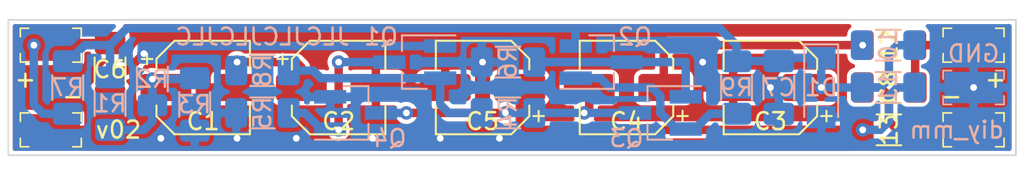
<source format=kicad_pcb>
(kicad_pcb (version 20211014) (generator pcbnew)
  (title_block (title "diy_mm") (date "2022-02-04") (rev "v02") (company "Author: felhub") (comment 1 "Reference 2: https://sound-au.com/articles/mic-electret.htm") (comment 2 "Reference 1: https://sound-au.com/project93.htm"))
  (layers (0 "F.Cu" signal) (31 "B.Cu" signal) (34 "B.Paste" user) (35 "F.Paste" user) (36 "B.SilkS" user "B.Silkscreen") (37 "F.SilkS" user "F.Silkscreen") (38 "B.Mask" user) (39 "F.Mask" user) (44 "Edge.Cuts" user))
  (net 0 "")
  (net 1 "Net-(C1-Pad1)")
  (net 2 "GND")
  (net 3 "Net-(C2-Pad1)")
  (net 4 "+10V")
  (net 5 "Net-(C4-Pad1)")
  (net 6 "Net-(C4-Pad2)")
  (net 7 "Net-(C5-Pad1)")
  (net 8 "Net-(C6-Pad1)")
  (net 9 "Net-(C6-Pad2)")
  (net 10 "Net-(C10-Pad1)")
  (net 11 "Net-(Q1-Pad2)")
  (net 12 "Net-(Q1-Pad3)")
  (net 13 "Net-(Q2-Pad1)")
  (net 14 "Net-(Q2-Pad3)")
  (net 15 "Net-(C8-Pad1)")
  (footprint "digikey-footprints:PC_TEST_POINT_SMD" (layer "F.Cu") (at 157 106.5)
    (fp_text reference "J5" hide)
    (fp_text value "XLR3")
    (fp_text user "-" (at -1.3 -2 unlocked) (layer "F.SilkS"))
    (fp_line (start -1.8 -1) (end -1.8 -0.5) (layer "F.SilkS") (width 0.1))
    (fp_line (start -1.8 1) (end -1.8 0.5) (layer "F.SilkS") (width 0.1))
    (fp_line (start 1.8 -1) (end 1.8 -0.5) (layer "F.SilkS") (width 0.1))
    (fp_line (start -1.8 -1) (end -1.3 -1) (layer "F.SilkS") (width 0.1))
    (fp_line (start 1.8 1) (end 1.3 1) (layer "F.SilkS") (width 0.1))
    (fp_line (start 1.8 -1) (end 1.3 -1) (layer "F.SilkS") (width 0.1))
    (fp_line (start 1.8 1) (end 1.8 0.5) (layer "F.SilkS") (width 0.1))
    (fp_line (start -1.8 1) (end -1.3 1) (layer "F.SilkS") (width 0.1))
    (pad "1" smd rect locked (at 0 0) (size 3.45 1.85) (layers "F.Cu" "F.Paste" "F.Mask") (net 10 "Net-(C10-Pad1)"))
  )
  (footprint "Capacitor_SMD:CP_Elec_5x5.4" (layer "F.Cu") (at 145 104 180)
    (fp_text reference "C3" (at 0 -2) (layer "F.SilkS"))
    (fp_text value "33u")
    (fp_line (start -2.76 1.695563) (end -1.695563 2.76) (layer "F.SilkS") (width 0.12))
    (fp_line (start -2.76 -1.695563) (end -2.76 -1.06) (layer "F.SilkS") (width 0.12))
    (fp_line (start -2.76 -1.695563) (end -1.695563 -2.76) (layer "F.SilkS") (width 0.12))
    (fp_line (start -2.76 1.695563) (end -2.76 1.06) (layer "F.SilkS") (width 0.12))
    (fp_line (start 2.76 2.76) (end 2.76 1.06) (layer "F.SilkS") (width 0.12))
    (fp_line (start -3.625 -1.685) (end -3 -1.685) (layer "F.SilkS") (width 0.12))
    (fp_line (start -3.3125 -1.9975) (end -3.3125 -1.3725) (layer "F.SilkS") (width 0.12))
    (fp_line (start -1.695563 -2.76) (end 2.76 -2.76) (layer "F.SilkS") (width 0.12))
    (fp_line (start 2.76 -2.76) (end 2.76 -1.06) (layer "F.SilkS") (width 0.12))
    (fp_line (start -1.695563 2.76) (end 2.76 2.76) (layer "F.SilkS") (width 0.12))
    (pad "1" smd roundrect (at -2.2 0 180) (size 3 1.6) (layers "F.Cu" "F.Paste" "F.Mask") (roundrect_rratio 0.15625) (net 4 "+10V"))
    (pad "2" smd roundrect (at 2.2 0 180) (size 3 1.6) (layers "F.Cu" "F.Paste" "F.Mask") (roundrect_rratio 0.15625) (net 2 "GND"))
  )
  (footprint "Capacitor_SMD:CP_Elec_5x5.4" (layer "F.Cu") (at 111.5 104)
    (fp_text reference "C1" (at 0 2) (layer "F.SilkS"))
    (fp_text value "33u")
    (fp_line (start -1.695563 2.76) (end 2.76 2.76) (layer "F.SilkS") (width 0.12))
    (fp_line (start -2.76 -1.695563) (end -1.695563 -2.76) (layer "F.SilkS") (width 0.12))
    (fp_line (start -2.76 -1.695563) (end -2.76 -1.06) (layer "F.SilkS") (width 0.12))
    (fp_line (start 2.76 -2.76) (end 2.76 -1.06) (layer "F.SilkS") (width 0.12))
    (fp_line (start 2.76 2.76) (end 2.76 1.06) (layer "F.SilkS") (width 0.12))
    (fp_line (start -1.695563 -2.76) (end 2.76 -2.76) (layer "F.SilkS") (width 0.12))
    (fp_line (start -3.3125 -1.9975) (end -3.3125 -1.3725) (layer "F.SilkS") (width 0.12))
    (fp_line (start -3.625 -1.685) (end -3 -1.685) (layer "F.SilkS") (width 0.12))
    (fp_line (start -2.76 1.695563) (end -2.76 1.06) (layer "F.SilkS") (width 0.12))
    (fp_line (start -2.76 1.695563) (end -1.695563 2.76) (layer "F.SilkS") (width 0.12))
    (pad "1" smd roundrect (at -2.2 0) (size 3 1.6) (layers "F.Cu" "F.Paste" "F.Mask") (roundrect_rratio 0.15625) (net 1 "Net-(C1-Pad1)"))
    (pad "2" smd roundrect (at 2.2 0) (size 3 1.6) (layers "F.Cu" "F.Paste" "F.Mask") (roundrect_rratio 0.15625) (net 2 "GND"))
  )
  (footprint "Resistor_SMD:R_1206_3216Metric_Pad1.30x1.75mm_HandSolder" (layer "F.Cu") (at 152 101.5 180)
    (fp_text reference "R12" hide)
    (fp_text value "100")
    (fp_text user "12" (at 0 0 90 unlocked) (layer "F.SilkS"))
    (fp_line (start -0.727064 -0.91) (end 0.727064 -0.91) (layer "F.SilkS") (width 0.12))
    (fp_line (start -0.727064 0.91) (end 0.727064 0.91) (layer "F.SilkS") (width 0.12))
    (pad "1" smd roundrect (at -1.55 0 180) (size 1.3 1.75) (layers "F.Cu" "F.Paste" "F.Mask") (roundrect_rratio 0.192308) (net 15 "Net-(C8-Pad1)"))
    (pad "2" smd roundrect (at 1.55 0 180) (size 1.3 1.75) (layers "F.Cu" "F.Paste" "F.Mask") (roundrect_rratio 0.192308) (net 5 "Net-(C4-Pad1)"))
  )
  (footprint "Capacitor_SMD:C_1206_3216Metric_Pad1.33x1.80mm_HandSolder" (layer "F.Cu") (at 106 102.9375 -90)
    (fp_text reference "C6" (at 0 0 180) (layer "F.SilkS"))
    (fp_text value "1u")
    (fp_line (start -0.711252 0.91) (end 0.711252 0.91) (layer "F.SilkS") (width 0.12))
    (fp_line (start -0.711252 -0.91) (end 0.711252 -0.91) (layer "F.SilkS") (width 0.12))
    (pad "1" smd roundrect (at -1.5625 0 270) (size 1.325 1.8) (layers "F.Cu" "F.Paste" "F.Mask") (roundrect_rratio 0.188679) (net 8 "Net-(C6-Pad1)"))
    (pad "2" smd roundrect (at 1.5625 0 270) (size 1.325 1.8) (layers "F.Cu" "F.Paste" "F.Mask") (roundrect_rratio 0.188679) (net 9 "Net-(C6-Pad2)"))
  )
  (footprint "digikey-footprints:PC_TEST_POINT_SMD" (layer "F.Cu") (at 102.5 101.5)
    (fp_text reference "J1" hide)
    (fp_text value "mic+")
    (fp_text user "+" (at -1.5 2 unlocked) (layer "F.SilkS"))
    (fp_line (start -1.8 -1) (end -1.8 -0.5) (layer "F.SilkS") (width 0.1))
    (fp_line (start 1.8 -1) (end 1.3 -1) (layer "F.SilkS") (width 0.1))
    (fp_line (start -1.8 1) (end -1.8 0.5) (layer "F.SilkS") (width 0.1))
    (fp_line (start 1.8 1) (end 1.3 1) (layer "F.SilkS") (width 0.1))
    (fp_line (start 1.8 1) (end 1.8 0.5) (layer "F.SilkS") (width 0.1))
    (fp_line (start 1.8 -1) (end 1.8 -0.5) (layer "F.SilkS") (width 0.1))
    (fp_line (start -1.8 -1) (end -1.3 -1) (layer "F.SilkS") (width 0.1))
    (fp_line (start -1.8 1) (end -1.3 1) (layer "F.SilkS") (width 0.1))
    (pad "1" smd rect locked (at 0 0) (size 3.45 1.85) (layers "F.Cu" "F.Paste" "F.Mask") (net 8 "Net-(C6-Pad1)"))
  )
  (footprint "Capacitor_SMD:CP_Elec_5x5.4" (layer "F.Cu") (at 128 104 180)
    (fp_text reference "C5" (at 0 -2) (layer "F.SilkS"))
    (fp_text value "33u")
    (fp_line (start -3.3125 -1.9975) (end -3.3125 -1.3725) (layer "F.SilkS") (width 0.12))
    (fp_line (start -2.76 -1.695563) (end -1.695563 -2.76) (layer "F.SilkS") (width 0.12))
    (fp_line (start -2.76 1.695563) (end -1.695563 2.76) (layer "F.SilkS") (width 0.12))
    (fp_line (start -3.625 -1.685) (end -3 -1.685) (layer "F.SilkS") (width 0.12))
    (fp_line (start -2.76 -1.695563) (end -2.76 -1.06) (layer "F.SilkS") (width 0.12))
    (fp_line (start 2.76 2.76) (end 2.76 1.06) (layer "F.SilkS") (width 0.12))
    (fp_line (start -1.695563 -2.76) (end 2.76 -2.76) (layer "F.SilkS") (width 0.12))
    (fp_line (start 2.76 -2.76) (end 2.76 -1.06) (layer "F.SilkS") (width 0.12))
    (fp_line (start -1.695563 2.76) (end 2.76 2.76) (layer "F.SilkS") (width 0.12))
    (fp_line (start -2.76 1.695563) (end -2.76 1.06) (layer "F.SilkS") (width 0.12))
    (pad "1" smd roundrect (at -2.2 0 180) (size 3 1.6) (layers "F.Cu" "F.Paste" "F.Mask") (roundrect_rratio 0.15625) (net 7 "Net-(C5-Pad1)"))
    (pad "2" smd roundrect (at 2.2 0 180) (size 3 1.6) (layers "F.Cu" "F.Paste" "F.Mask") (roundrect_rratio 0.15625) (net 2 "GND"))
  )
  (footprint "Resistor_SMD:R_1206_3216Metric_Pad1.30x1.75mm_HandSolder" (layer "F.Cu") (at 152 106.5 180)
    (fp_text reference "R13" hide)
    (fp_text value "100")
    (fp_text user "13" (at 0 0 90 unlocked) (layer "F.SilkS"))
    (fp_line (start -0.727064 -0.91) (end 0.727064 -0.91) (layer "F.SilkS") (width 0.12))
    (fp_line (start -0.727064 0.91) (end 0.727064 0.91) (layer "F.SilkS") (width 0.12))
    (pad "1" smd roundrect (at -1.55 0 180) (size 1.3 1.75) (layers "F.Cu" "F.Paste" "F.Mask") (roundrect_rratio 0.192308) (net 10 "Net-(C10-Pad1)"))
    (pad "2" smd roundrect (at 1.55 0 180) (size 1.3 1.75) (layers "F.Cu" "F.Paste" "F.Mask") (roundrect_rratio 0.192308) (net 7 "Net-(C5-Pad1)"))
  )
  (footprint "Capacitor_SMD:CP_Elec_5x5.4" (layer "F.Cu") (at 119.5 104)
    (fp_text reference "C2" (at 0 2) (layer "F.SilkS"))
    (fp_text value "33u")
    (fp_line (start -2.76 1.695563) (end -1.695563 2.76) (layer "F.SilkS") (width 0.12))
    (fp_line (start -1.695563 -2.76) (end 2.76 -2.76) (layer "F.SilkS") (width 0.12))
    (fp_line (start -2.76 -1.695563) (end -1.695563 -2.76) (layer "F.SilkS") (width 0.12))
    (fp_line (start -1.695563 2.76) (end 2.76 2.76) (layer "F.SilkS") (width 0.12))
    (fp_line (start 2.76 2.76) (end 2.76 1.06) (layer "F.SilkS") (width 0.12))
    (fp_line (start -3.3125 -1.9975) (end -3.3125 -1.3725) (layer "F.SilkS") (width 0.12))
    (fp_line (start 2.76 -2.76) (end 2.76 -1.06) (layer "F.SilkS") (width 0.12))
    (fp_line (start -2.76 -1.695563) (end -2.76 -1.06) (layer "F.SilkS") (width 0.12))
    (fp_line (start -2.76 1.695563) (end -2.76 1.06) (layer "F.SilkS") (width 0.12))
    (fp_line (start -3.625 -1.685) (end -3 -1.685) (layer "F.SilkS") (width 0.12))
    (pad "1" smd roundrect (at -2.2 0) (size 3 1.6) (layers "F.Cu" "F.Paste" "F.Mask") (roundrect_rratio 0.15625) (net 3 "Net-(C2-Pad1)"))
    (pad "2" smd roundrect (at 2.2 0) (size 3 1.6) (layers "F.Cu" "F.Paste" "F.Mask") (roundrect_rratio 0.15625) (net 2 "GND"))
  )
  (footprint "digikey-footprints:PC_TEST_POINT_SMD" (layer "F.Cu") (at 102.5 106.5)
    (fp_text reference "J2" hide)
    (fp_text value "mic-")
    (fp_text user "-" (at 1.3 -2 unlocked) (layer "F.SilkS"))
    (fp_line (start 1.8 -1) (end 1.3 -1) (layer "F.SilkS") (width 0.1))
    (fp_line (start 1.8 1) (end 1.3 1) (layer "F.SilkS") (width 0.1))
    (fp_line (start -1.8 1) (end -1.3 1) (layer "F.SilkS") (width 0.1))
    (fp_line (start -1.8 -1) (end -1.3 -1) (layer "F.SilkS") (width 0.1))
    (fp_line (start 1.8 1) (end 1.8 0.5) (layer "F.SilkS") (width 0.1))
    (fp_line (start -1.8 -1) (end -1.8 -0.5) (layer "F.SilkS") (width 0.1))
    (fp_line (start -1.8 1) (end -1.8 0.5) (layer "F.SilkS") (width 0.1))
    (fp_line (start 1.8 -1) (end 1.8 -0.5) (layer "F.SilkS") (width 0.1))
    (pad "1" smd rect locked (at 0 0) (size 3.45 1.85) (layers "F.Cu" "F.Paste" "F.Mask") (net 2 "GND"))
  )
  (footprint "digikey-footprints:PC_TEST_POINT_SMD" (layer "F.Cu") (at 157 101.5)
    (fp_text reference "J3" hide)
    (fp_text value "XLR2")
    (fp_text user "+" (at 1.3 2 unlocked) (layer "F.SilkS"))
    (fp_line (start 1.8 1) (end 1.3 1) (layer "F.SilkS") (width 0.1))
    (fp_line (start 1.8 1) (end 1.8 0.5) (layer "F.SilkS") (width 0.1))
    (fp_line (start -1.8 1) (end -1.8 0.5) (layer "F.SilkS") (width 0.1))
    (fp_line (start 1.8 -1) (end 1.3 -1) (layer "F.SilkS") (width 0.1))
    (fp_line (start -1.8 -1) (end -1.3 -1) (layer "F.SilkS") (width 0.1))
    (fp_line (start 1.8 -1) (end 1.8 -0.5) (layer "F.SilkS") (width 0.1))
    (fp_line (start -1.8 -1) (end -1.8 -0.5) (layer "F.SilkS") (width 0.1))
    (fp_line (start -1.8 1) (end -1.3 1) (layer "F.SilkS") (width 0.1))
    (pad "1" smd rect locked (at 0 0) (size 3.45 1.85) (layers "F.Cu" "F.Paste" "F.Mask") (net 15 "Net-(C8-Pad1)"))
  )
  (footprint "Capacitor_SMD:C_1206_3216Metric_Pad1.33x1.80mm_HandSolder" (layer "F.Cu") (at 152 104 180)
    (fp_text reference "C8" (at 0 0 90) (layer "F.SilkS"))
    (fp_text value "1n")
    (fp_line (start -0.711252 0.91) (end 0.711252 0.91) (layer "F.SilkS") (width 0.12))
    (fp_line (start -0.711252 -0.91) (end 0.711252 -0.91) (layer "F.SilkS") (width 0.12))
    (pad "1" smd roundrect (at -1.5625 0 180) (size 1.325 1.8) (layers "F.Cu" "F.Paste" "F.Mask") (roundrect_rratio 0.188679) (net 15 "Net-(C8-Pad1)"))
    (pad "2" smd roundrect (at 1.5625 0 180) (size 1.325 1.8) (layers "F.Cu" "F.Paste" "F.Mask") (roundrect_rratio 0.188679) (net 10 "Net-(C10-Pad1)"))
  )
  (footprint "Capacitor_SMD:CP_Elec_5x5.4" (layer "F.Cu") (at 136.5 104 180)
    (fp_text reference "C4" (at 0 -2) (layer "F.SilkS"))
    (fp_text value "33u")
    (fp_line (start -2.76 -1.695563) (end -1.695563 -2.76) (layer "F.SilkS") (width 0.12))
    (fp_line (start 2.76 2.76) (end 2.76 1.06) (layer "F.SilkS") (width 0.12))
    (fp_line (start -3.3125 -1.9975) (end -3.3125 -1.3725) (layer "F.SilkS") (width 0.12))
    (fp_line (start -1.695563 -2.76) (end 2.76 -2.76) (layer "F.SilkS") (width 0.12))
    (fp_line (start 2.76 -2.76) (end 2.76 -1.06) (layer "F.SilkS") (width 0.12))
    (fp_line (start -2.76 1.695563) (end -2.76 1.06) (layer "F.SilkS") (width 0.12))
    (fp_line (start -2.76 1.695563) (end -1.695563 2.76) (layer "F.SilkS") (width 0.12))
    (fp_line (start -1.695563 2.76) (end 2.76 2.76) (layer "F.SilkS") (width 0.12))
    (fp_line (start -2.76 -1.695563) (end -2.76 -1.06) (layer "F.SilkS") (width 0.12))
    (fp_line (start -3.625 -1.685) (end -3 -1.685) (layer "F.SilkS") (width 0.12))
    (pad "1" smd roundrect (at -2.2 0 180) (size 3 1.6) (layers "F.Cu" "F.Paste" "F.Mask") (roundrect_rratio 0.15625) (net 5 "Net-(C4-Pad1)"))
    (pad "2" smd roundrect (at 2.2 0 180) (size 3 1.6) (layers "F.Cu" "F.Paste" "F.Mask") (roundrect_rratio 0.15625) (net 6 "Net-(C4-Pad2)"))
  )
  (footprint "Resistor_SMD:R_1206_3216Metric_Pad1.30x1.75mm_HandSolder" (layer "B.Cu") (at 103.5 104 -90)
    (fp_text reference "R7" (at 0 0 180) (layer "B.SilkS") (effects (justify mirror)))
    (fp_text value "2.2k")
    (fp_line (start -0.727064 -0.91) (end 0.727064 -0.91) (layer "B.SilkS") (width 0.12))
    (fp_line (start -0.727064 0.91) (end 0.727064 0.91) (layer "B.SilkS") (width 0.12))
    (pad "1" smd roundrect (at -1.55 0 270) (size 1.3 1.75) (layers "B.Cu" "B.Paste" "B.Mask") (roundrect_rratio 0.192308) (net 4 "+10V"))
    (pad "2" smd roundrect (at 1.55 0 270) (size 1.3 1.75) (layers "B.Cu" "B.Paste" "B.Mask") (roundrect_rratio 0.192308) (net 8 "Net-(C6-Pad1)"))
  )
  (footprint "Package_TO_SOT_SMD:SOT-23_Handsoldering" (layer "B.Cu") (at 135 102.5)
    (fp_text reference "Q2" (at 2 -1.5) (layer "B.SilkS") (effects (justify mirror)))
    (fp_text value "BC859C")
    (fp_line (start 0.76 -1.58) (end 0.76 -0.65) (layer "B.SilkS") (width 0.12))
    (fp_line (start 0.76 1.58) (end 0.76 0.65) (layer "B.SilkS") (width 0.12))
    (fp_line (start 0.76 -1.58) (end -0.7 -1.58) (layer "B.SilkS") (width 0.12))
    (fp_line (start 0.76 1.58) (end -2.4 1.58) (layer "B.SilkS") (width 0.12))
    (pad "1" smd rect (at -1.5 0.95) (size 1.9 0.8) (layers "B.Cu" "B.Paste" "B.Mask") (net 13 "Net-(Q2-Pad1)"))
    (pad "2" smd rect (at -1.5 -0.95) (size 1.9 0.8) (layers "B.Cu" "B.Paste" "B.Mask") (net 4 "+10V"))
    (pad "3" smd rect (at 1.5 0) (size 1.9 0.8) (layers "B.Cu" "B.Paste" "B.Mask") (net 14 "Net-(Q2-Pad3)"))
  )
  (footprint "Resistor_SMD:R_1206_3216Metric_Pad1.30x1.75mm_HandSolder" (layer "B.Cu") (at 129.5 102.5 180)
    (fp_text reference "R6" (at 0 0 90) (layer "B.SilkS") (effects (justify mirror)))
    (fp_text value "33k")
    (fp_line (start -0.727064 0.91) (end 0.727064 0.91) (layer "B.SilkS") (width 0.12))
    (fp_line (start -0.727064 -0.91) (end 0.727064 -0.91) (layer "B.SilkS") (width 0.12))
    (pad "1" smd roundrect (at -1.55 0 180) (size 1.3 1.75) (layers "B.Cu" "B.Paste" "B.Mask") (roundrect_rratio 0.192308) (net 14 "Net-(Q2-Pad3)"))
    (pad "2" smd roundrect (at 1.55 0 180) (size 1.3 1.75) (layers "B.Cu" "B.Paste" "B.Mask") (roundrect_rratio 0.192308) (net 2 "GND"))
  )
  (footprint "digikey-footprints:PC_TEST_POINT_SMD" (layer "B.Cu") (at 157 104 180)
    (fp_text reference "J4" hide)
    (fp_text value "XLR1")
    (fp_text user "GND" (at 0 2 unlocked) (layer "B.SilkS") (effects (justify mirror)))
    (fp_line (start 1.8 1) (end 1.8 0.5) (layer "B.SilkS") (width 0.1))
    (fp_line (start 1.8 -1) (end 1.3 -1) (layer "B.SilkS") (width 0.1))
    (fp_line (start -1.8 1) (end -1.3 1) (layer "B.SilkS") (width 0.1))
    (fp_line (start -1.8 -1) (end -1.3 -1) (layer "B.SilkS") (width 0.1))
    (fp_line (start 1.8 1) (end 1.3 1) (layer "B.SilkS") (width 0.1))
    (fp_line (start 1.8 -1) (end 1.8 -0.5) (layer "B.SilkS") (width 0.1))
    (fp_line (start -1.8 1) (end -1.8 0.5) (layer "B.SilkS") (width 0.1))
    (fp_line (start -1.8 -1) (end -1.8 -0.5) (layer "B.SilkS") (width 0.1))
    (pad "1" smd rect locked (at 0 0 180) (size 3.45 1.85) (layers "B.Cu" "B.Paste" "B.Mask") (net 2 "GND"))
  )
  (footprint "Resistor_SMD:R_1206_3216Metric_Pad1.30x1.75mm_HandSolder" (layer "B.Cu") (at 108.5 103.5 -90)
    (fp_text reference "R2" (at 0 0 180) (layer "B.SilkS") (effects (justify mirror)))
    (fp_text value "100k")
    (fp_line (start -0.727064 0.91) (end 0.727064 0.91) (layer "B.SilkS") (width 0.12))
    (fp_line (start -0.727064 -0.91) (end 0.727064 -0.91) (layer "B.SilkS") (width 0.12))
    (pad "1" smd roundrect (at -1.55 0 270) (size 1.3 1.75) (layers "B.Cu" "B.Paste" "B.Mask") (roundrect_rratio 0.192308) (net 9 "Net-(C6-Pad2)"))
    (pad "2" smd roundrect (at 1.55 0 270) (size 1.3 1.75) (layers "B.Cu" "B.Paste" "B.Mask") (roundrect_rratio 0.192308) (net 1 "Net-(C1-Pad1)"))
  )
  (footprint "Package_TO_SOT_SMD:SOT-23_Handsoldering" (layer "B.Cu") (at 138.5 105.5 180)
    (fp_text reference "Q3" (at 2 -1.5) (layer "B.SilkS") (effects (justify mirror)))
    (fp_text value "BC859C")
    (fp_line (start 0.76 1.58) (end 0.76 0.65) (layer "B.SilkS") (width 0.12))
    (fp_line (start 0.76 -1.58) (end 0.76 -0.65) (layer "B.SilkS") (width 0.12))
    (fp_line (start 0.76 -1.58) (end -0.7 -1.58) (layer "B.SilkS") (width 0.12))
    (fp_line (start 0.76 1.58) (end -2.4 1.58) (layer "B.SilkS") (width 0.12))
    (pad "1" smd rect (at -1.5 0.95 180) (size 1.9 0.8) (layers "B.Cu" "B.Paste" "B.Mask") (net 14 "Net-(Q2-Pad3)"))
    (pad "2" smd rect (at -1.5 -0.95 180) (size 1.9 0.8) (layers "B.Cu" "B.Paste" "B.Mask") (net 13 "Net-(Q2-Pad1)"))
    (pad "3" smd rect (at 1.5 0 180) (size 1.9 0.8) (layers "B.Cu" "B.Paste" "B.Mask") (net 6 "Net-(C4-Pad2)"))
  )
  (footprint "Diode_SMD:D_MiniMELF" (layer "B.Cu") (at 148 104 -90)
    (fp_text reference "D1" (at 0 0 180) (layer "B.SilkS") (effects (justify mirror)))
    (fp_text value "9.1V")
    (fp_line (start -2.55 -1) (end 1.75 -1) (layer "B.SilkS") (width 0.12))
    (fp_line (start 1.75 1) (end -2.55 1) (layer "B.SilkS") (width 0.12))
    (fp_line (start -2.55 1) (end -2.55 -1) (layer "B.SilkS") (width 0.12))
    (pad "1" smd rect (at -1.75 0 270) (size 1.3 1.7) (layers "B.Cu" "B.Paste" "B.Mask") (net 4 "+10V"))
    (pad "2" smd rect (at 1.75 0 270) (size 1.3 1.7) (layers "B.Cu" "B.Paste" "B.Mask") (net 2 "GND"))
  )
  (footprint "Resistor_SMD:R_1206_3216Metric_Pad1.30x1.75mm_HandSolder" (layer "B.Cu") (at 151.95 101.5)
    (fp_text reference "R10" hide)
    (fp_text value "2.2k")
    (fp_text user "10" (at 0 0 90 unlocked) (layer "B.SilkS") (effects (justify mirror)))
    (fp_line (start -0.727064 -0.91) (end 0.727064 -0.91) (layer "B.SilkS") (width 0.12))
    (fp_line (start -0.727064 0.91) (end 0.727064 0.91) (layer "B.SilkS") (width 0.12))
    (pad "1" smd roundrect (at -1.55 0) (size 1.3 1.75) (layers "B.Cu" "B.Paste" "B.Mask") (roundrect_rratio 0.192308) (net 5 "Net-(C4-Pad1)"))
    (pad "2" smd roundrect (at 1.55 0) (size 1.3 1.75) (layers "B.Cu" "B.Paste" "B.Mask") (roundrect_rratio 0.192308) (net 4 "+10V"))
  )
  (footprint "Resistor_SMD:R_1206_3216Metric_Pad1.30x1.75mm_HandSolder" (layer "B.Cu") (at 129.5 105.5)
    (fp_text reference "R4" (at 0 0 90) (layer "B.SilkS") (effects (justify mirror)))
    (fp_text value "10k")
    (fp_line (start -0.727064 -0.91) (end 0.727064 -0.91) (layer "B.SilkS") (width 0.12))
    (fp_line (start -0.727064 0.91) (end 0.727064 0.91) (layer "B.SilkS") (width 0.12))
    (pad "1" smd roundrect (at -1.55 0) (size 1.3 1.75) (layers "B.Cu" "B.Paste" "B.Mask") (roundrect_rratio 0.192308) (net 11 "Net-(Q1-Pad2)"))
    (pad "2" smd roundrect (at 1.55 0) (size 1.3 1.75) (layers "B.Cu" "B.Paste" "B.Mask") (roundrect_rratio 0.192308) (net 6 "Net-(C4-Pad2)"))
  )
  (footprint "Capacitor_SMD:C_1206_3216Metric_Pad1.33x1.80mm_HandSolder" (layer "B.Cu") (at 145.5 104 -90)
    (fp_text reference "C7" (at 0 0 180) (layer "B.SilkS") (effects (justify mirror)))
    (fp_text value "100n")
    (fp_line (start -0.711252 -0.91) (end 0.711252 -0.91) (layer "B.SilkS") (width 0.12))
    (fp_line (start -0.711252 0.91) (end 0.711252 0.91) (layer "B.SilkS") (width 0.12))
    (pad "1" smd roundrect (at -1.5625 0 270) (size 1.325 1.8) (layers "B.Cu" "B.Paste" "B.Mask") (roundrect_rratio 0.188679) (net 4 "+10V"))
    (pad "2" smd roundrect (at 1.5625 0 270) (size 1.325 1.8) (layers "B.Cu" "B.Paste" "B.Mask") (roundrect_rratio 0.188679) (net 2 "GND"))
  )
  (footprint "Package_TO_SOT_SMD:SOT-23_Handsoldering" (layer "B.Cu") (at 124 102.5 180)
    (fp_text reference "Q1" (at 2 1.5) (layer "B.SilkS") (effects (justify mirror)))
    (fp_text value "BC859C")
    (fp_line (start 0.76 1.58) (end 0.76 0.65) (layer "B.SilkS") (width 0.12))
    (fp_line (start 0.76 1.58) (end -2.4 1.58) (layer "B.SilkS") (width 0.12))
    (fp_line (start 0.76 -1.58) (end -0.7 -1.58) (layer "B.SilkS") (width 0.12))
    (fp_line (start 0.76 -1.58) (end 0.76 -0.65) (layer "B.SilkS") (width 0.12))
    (pad "1" smd rect (at -1.5 0.95 180) (size 1.9 0.8) (layers "B.Cu" "B.Paste" "B.Mask") (net 9 "Net-(C6-Pad2)"))
    (pad "2" smd rect (at -1.5 -0.95 180) (size 1.9 0.8) (layers "B.Cu" "B.Paste" "B.Mask") (net 11 "Net-(Q1-Pad2)"))
    (pad "3" smd rect (at 1.5 0 180) (size 1.9 0.8) (layers "B.Cu" "B.Paste" "B.Mask") (net 12 "Net-(Q1-Pad3)"))
  )
  (footprint "Resistor_SMD:R_1206_3216Metric_Pad1.30x1.75mm_HandSolder" (layer "B.Cu") (at 151.95 104 180)
    (fp_text reference "R11" hide)
    (fp_text value "2.2k")
    (fp_text user "11" (at 0 0 90 unlocked) (layer "B.SilkS") (effects (justify mirror)))
    (fp_line (start -0.727064 -0.91) (end 0.727064 -0.91) (layer "B.SilkS") (width 0.12))
    (fp_line (start -0.727064 0.91) (end 0.727064 0.91) (layer "B.SilkS") (width 0.12))
    (pad "1" smd roundrect (at -1.55 0 180) (size 1.3 1.75) (layers "B.Cu" "B.Paste" "B.Mask") (roundrect_rratio 0.192308) (net 7 "Net-(C5-Pad1)"))
    (pad "2" smd roundrect (at 1.55 0 180) (size 1.3 1.75) (layers "B.Cu" "B.Paste" "B.Mask") (roundrect_rratio 0.192308) (net 4 "+10V"))
  )
  (footprint "Resistor_SMD:R_1206_3216Metric_Pad1.30x1.75mm_HandSolder" (layer "B.Cu") (at 111 105 -90)
    (fp_text reference "R3" (at 0 0 180) (layer "B.SilkS") (effects (justify mirror)))
    (fp_text value "33k")
    (fp_line (start -0.727064 -0.91) (end 0.727064 -0.91) (layer "B.SilkS") (width 0.12))
    (fp_line (start -0.727064 0.91) (end 0.727064 0.91) (layer "B.SilkS") (width 0.12))
    (pad "1" smd roundrect (at -1.55 0 270) (size 1.3 1.75) (layers "B.Cu" "B.Paste" "B.Mask") (roundrect_rratio 0.192308) (net 1 "Net-(C1-Pad1)"))
    (pad "2" smd roundrect (at 1.55 0 270) (size 1.3 1.75) (layers "B.Cu" "B.Paste" "B.Mask") (roundrect_rratio 0.192308) (net 2 "GND"))
  )
  (footprint "Resistor_SMD:R_1206_3216Metric_Pad1.30x1.75mm_HandSolder" (layer "B.Cu") (at 106 104.95 -90)
    (fp_text reference "R1" (at 0 0 180) (layer "B.SilkS") (effects (justify mirror)))
    (fp_text value "100k")
    (fp_line (start -0.727064 -0.91) (end 0.727064 -0.91) (layer "B.SilkS") (width 0.12))
    (fp_line (start -0.727064 0.91) (end 0.727064 0.91) (layer "B.SilkS") (width 0.12))
    (pad "1" smd roundrect (at -1.55 0 270) (size 1.3 1.75) (layers "B.Cu" "B.Paste" "B.Mask") (roundrect_rratio 0.192308) (net 4 "+10V"))
    (pad "2" smd roundrect (at 1.55 0 270) (size 1.3 1.75) (layers "B.Cu" "B.Paste" "B.Mask") (roundrect_rratio 0.192308) (net 1 "Net-(C1-Pad1)"))
  )
  (footprint "Resistor_SMD:R_1206_3216Metric_Pad1.30x1.75mm_HandSolder" (layer "B.Cu") (at 115 105.5 180)
    (fp_text reference "R5" (at 0 0 90) (layer "B.SilkS") (effects (justify mirror)))
    (fp_text value "33k")
    (fp_line (start -0.727064 0.91) (end 0.727064 0.91) (layer "B.SilkS") (width 0.12))
    (fp_line (start -0.727064 -0.91) (end 0.727064 -0.91) (layer "B.SilkS") (width 0.12))
    (pad "1" smd roundrect (at -1.55 0 180) (size 1.3 1.75) (layers "B.Cu" "B.Paste" "B.Mask") (roundrect_rratio 0.192308) (net 12 "Net-(Q1-Pad3)"))
    (pad "2" smd roundrect (at 1.55 0 180) (size 1.3 1.75) (layers "B.Cu" "B.Paste" "B.Mask") (roundrect_rratio 0.192308) (net 2 "GND"))
  )
  (footprint "Package_TO_SOT_SMD:SOT-23_Handsoldering" (layer "B.Cu") (at 120.5 105.5)
    (fp_text reference "Q4" (at 2 1.5) (layer "B.SilkS") (effects (justify mirror)))
    (fp_text value "BC849C")
    (fp_line (start 0.76 -1.58) (end 0.76 -0.65) (layer "B.SilkS") (width 0.12))
    (fp_line (start 0.76 -1.58) (end -0.7 -1.58) (layer "B.SilkS") (width 0.12))
    (fp_line (start 0.76 1.58) (end 0.76 0.65) (layer "B.SilkS") (width 0.12))
    (fp_line (start 0.76 1.58) (end -2.4 1.58) (layer "B.SilkS") (width 0.12))
    (pad "1" smd rect (at -1.5 0.95) (size 1.9 0.8) (layers "B.Cu" "B.Paste" "B.Mask") (net 12 "Net-(Q1-Pad3)"))
    (pad "2" smd rect (at -1.5 -0.95) (size 1.9 0.8) (layers "B.Cu" "B.Paste" "B.Mask") (net 2 "GND"))
    (pad "3" smd rect (at 1.5 0) (size 1.9 0.8) (layers "B.Cu" "B.Paste" "B.Mask") (net 6 "Net-(C4-Pad2)"))
  )
  (footprint "Resistor_SMD:R_1206_3216Metric_Pad1.30x1.75mm_HandSolder" (layer "B.Cu") (at 143 104 90)
    (fp_text reference "R9" (at 0 0 180) (layer "B.SilkS") (effects (justify mirror)))
    (fp_text value "220")
    (fp_line (start -0.727064 0.91) (end 0.727064 0.91) (layer "B.SilkS") (width 0.12))
    (fp_line (start -0.727064 -0.91) (end 0.727064 -0.91) (layer "B.SilkS") (width 0.12))
    (pad "1" smd roundrect (at -1.55 0 90) (size 1.3 1.75) (layers "B.Cu" "B.Paste" "B.Mask") (roundrect_rratio 0.192308) (net 13 "Net-(Q2-Pad1)"))
    (pad "2" smd roundrect (at 1.55 0 90) (size 1.3 1.75) (layers "B.Cu" "B.Paste" "B.Mask") (roundrect_rratio 0.192308) (net 4 "+10V"))
  )
  (footprint "Resistor_SMD:R_1206_3216Metric_Pad1.30x1.75mm_HandSolder" (layer "B.Cu") (at 115 103 180)
    (fp_text reference "R8" (at 0 0 90) (layer "B.SilkS") (effects (justify mirror)))
    (fp_text value "10k")
    (fp_line (start -0.727064 0.91) (end 0.727064 0.91) (layer "B.SilkS") (width 0.12))
    (fp_line (start -0.727064 -0.91) (end 0.727064 -0.91) (layer "B.SilkS") (width 0.12))
    (pad "1" smd roundrect (at -1.55 0 180) (size 1.3 1.75) (layers "B.Cu" "B.Paste" "B.Mask") (roundrect_rratio 0.192308) (net 11 "Net-(Q1-Pad2)"))
    (pad "2" smd roundrect (at 1.55 0 180) (size 1.3 1.75) (layers "B.Cu" "B.Paste" "B.Mask") (roundrect_rratio 0.192308) (net 3 "Net-(C2-Pad1)"))
  )
  (gr_line (start 159.5 108) (end 100 108) (layer "Edge.Cuts") (width 0.1))
  (gr_line (start 100 108) (end 100 100) (layer "Edge.Cuts") (width 0.1))
  (gr_line (start 159.5 100) (end 159.5 108) (layer "Edge.Cuts") (width 0.1))
  (gr_line (start 100 100) (end 159.5 100) (layer "Edge.Cuts") (width 0.1))
  (gr_text "JLCJLCJLCJLC" (at 115 101) (layer "B.SilkS") (effects (font (size 1 1)) (justify mirror)))
  (gr_text "diy_mm" (at 156 106.5) (layer "B.SilkS") (effects (font (size 1 1)) (justify mirror)))
  (gr_text "v02" (at 106.5 106.5) (layer "F.SilkS") (effects (font (size 1 1))))
  (via (at 108.5 103.5) (size 0.8) (drill 0.4) (layers "F.Cu" "B.Cu") (net 1))
  (segment (start 110.95 103.5) (end 111 103.45) (width 0.5) (layer "B.Cu") (net 1))
  (segment (start 108 106.5) (end 106 106.5) (width 0.5) (layer "B.Cu") (net 1))
  (segment (start 108.5 103.5) (end 110.95 103.5) (width 0.5) (layer "B.Cu") (net 1))
  (segment (start 108.5 105.05) (end 108.5 106) (width 0.5) (layer "B.Cu") (net 1))
  (segment (start 108.5 105.05) (end 108.5 103.5) (width 0.5) (layer "B.Cu") (net 1))
  (segment (start 108.5 106) (end 108 106.5) (width 0.5) (layer "B.Cu") (net 1))
  (segment (start 125.8 102.7) (end 125.8 104) (width 0.5) (layer "F.Cu") (net 2))
  (segment (start 128 102.5) (end 126 102.5) (width 0.5) (layer "F.Cu") (net 2))
  (segment (start 126 102.5) (end 125.8 102.7) (width 0.5) (layer "F.Cu") (net 2))
  (via (at 113.5 107) (size 0.8) (drill 0.4) (layers "F.Cu" "B.Cu") (net 2))
  (via (at 125.5 107) (size 0.8) (drill 0.4) (layers "F.Cu" "B.Cu") (net 2))
  (via (at 157 104) (size 0.8) (drill 0.4) (layers "F.Cu" "B.Cu") (net 2))
  (via (at 145 104) (size 0.8) (drill 0.4) (layers "F.Cu" "B.Cu") (net 2))
  (via (at 117 107) (size 0.8) (drill 0.4) (layers "F.Cu" "B.Cu") (net 2))
  (via (at 141 102.5) (size 0.8) (drill 0.4) (layers "F.Cu" "B.Cu") (net 2))
  (via (at 121.5 107) (size 0.8) (drill 0.4) (layers "F.Cu" "B.Cu") (net 2))
  (via (at 109 107) (size 0.8) (drill 0.4) (layers "F.Cu" "B.Cu") (net 2))
  (via (at 129 107) (size 0.8) (drill 0.4) (layers "F.Cu" "B.Cu") (net 2))
  (via (at 128 102.5) (size 0.8) (drill 0.4) (layers "F.Cu" "B.Cu") (net 2))
  (segment (start 127.95 102.5) (end 128 102.5) (width 0.5) (layer "B.Cu") (net 2))
  (segment (start 117.3 104) (end 117.3 102.8) (width 0.5) (layer "F.Cu") (net 3))
  (segment (start 117.3 102.8) (end 117 102.5) (width 0.5) (layer "F.Cu") (net 3))
  (segment (start 117 102.5) (end 113.5 102.5) (width 0.5) (layer "F.Cu") (net 3))
  (via (at 113.5 102.5) (size 0.8) (drill 0.4) (layers "F.Cu" "B.Cu") (net 3))
  (via (at 148 104) (size 0.8) (drill 0.4) (layers "F.Cu" "B.Cu") (net 4))
  (segment (start 143 102.45) (end 143 101.5) (width 0.5) (layer "B.Cu") (net 4))
  (segment (start 150.4 104) (end 148 104) (width 0.5) (layer "B.Cu") (net 4))
  (segment (start 148 102.25) (end 145.6875 102.25) (width 0.5) (layer "B.Cu") (net 4))
  (segment (start 152 102) (end 152.5 101.5) (width 0.5) (layer "B.Cu") (net 4))
  (segment (start 104.5 101.5) (end 106 101.5) (width 0.5) (layer "B.Cu") (net 4))
  (segment (start 143 101.5) (end 142 100.5) (width 0.5) (layer "B.Cu") (net 4))
  (segment (start 142 100.5) (end 133.5 100.5) (width 0.5) (layer "B.Cu") (net 4))
  (segment (start 145.5 102.4375) (end 143.0125 102.4375) (width 0.5) (layer "B.Cu") (net 4))
  (segment (start 133.5 100.5) (end 107 100.5) (width 0.5) (layer "B.Cu") (net 4))
  (segment (start 103.55 102.45) (end 104.5 101.5) (width 0.5) (layer "B.Cu") (net 4))
  (segment (start 107 100.5) (end 106 101.5) (width 0.5) (layer "B.Cu") (net 4))
  (segment (start 103.5 102.45) (end 103.55 102.45) (width 0.5) (layer "B.Cu") (net 4))
  (segment (start 150.4 104) (end 151.5 104) (width 0.5) (layer "B.Cu") (net 4))
  (segment (start 152 103.5) (end 152 102) (width 0.5) (layer "B.Cu") (net 4))
  (segment (start 151.5 104) (end 152 103.5) (width 0.5) (layer "B.Cu") (net 4))
  (segment (start 133.5 100.5) (end 133.5 101.55) (width 0.5) (layer "B.Cu") (net 4))
  (segment (start 148 104) (end 148 102.25) (width 0.5) (layer "B.Cu") (net 4))
  (segment (start 145.6875 102.25) (end 145.5 102.4375) (width 0.5) (layer "B.Cu") (net 4))
  (segment (start 143.0125 102.4375) (end 143 102.45) (width 0.5) (layer "B.Cu") (net 4))
  (segment (start 152.5 101.5) (end 153.5 101.5) (width 0.5) (layer "B.Cu") (net 4))
  (segment (start 106 101.5) (end 106 103) (width 0.5) (layer "B.Cu") (net 4))
  (segment (start 139 101.5) (end 150.45 101.5) (width 0.5) (layer "F.Cu") (net 5))
  (segment (start 138.7 104) (end 138.7 101.8) (width 0.5) (layer "F.Cu") (net 5))
  (segment (start 138.7 101.8) (end 139 101.5) (width 0.5) (layer "F.Cu") (net 5))
  (via (at 150.45 101.5) (size 0.8) (drill 0.4) (layers "F.Cu" "B.Cu") (net 5))
  (segment (start 134.3 105.2) (end 134 105.5) (width 0.5) (layer "F.Cu") (net 6))
  (segment (start 123.5 105.5) (end 129.3505 105.5) (width 0.5) (layer "F.Cu") (net 6))
  (segment (start 134.3 104) (end 134.3 105.2) (width 0.5) (layer "F.Cu") (net 6))
  (via (at 129.3505 105.5) (size 0.8) (drill 0.4) (layers "F.Cu" "B.Cu") (net 6))
  (via (at 134 105.5) (size 0.8) (drill 0.4) (layers "F.Cu" "B.Cu") (net 6))
  (via (at 123.5 105.5) (size 0.8) (drill 0.4) (layers "F.Cu" "B.Cu") (net 6))
  (segment (start 134 105.5) (end 131.05 105.5) (width 0.5) (layer "B.Cu") (net 6))
  (segment (start 122 105.5) (end 123.5 105.5) (width 0.5) (layer "B.Cu") (net 6))
  (segment (start 131.05 105.5) (end 129.5 105.5) (width 0.5) (layer "B.Cu") (net 6))
  (segment (start 137 105.5) (end 134 105.5) (width 0.5) (layer "B.Cu") (net 6))
  (segment (start 130.2 106.2) (end 130.5 106.5) (width 0.5) (layer "F.Cu") (net 7))
  (segment (start 130.5 106.5) (end 150.45 106.5) (width 0.5) (layer "F.Cu") (net 7))
  (segment (start 130.2 104) (end 130.2 106.2) (width 0.5) (layer "F.Cu") (net 7))
  (via (at 150.45 106.5) (size 0.8) (drill 0.4) (layers "F.Cu" "B.Cu") (net 7))
  (segment (start 152 106) (end 151.5 106.5) (width 0.5) (layer "B.Cu") (net 7))
  (segment (start 152.5 104) (end 152 104.5) (width 0.5) (layer "B.Cu") (net 7))
  (segment (start 151.5 106.5) (end 150.45 106.5) (width 0.5) (layer "B.Cu") (net 7))
  (segment (start 152 104.5) (end 152 106) (width 0.5) (layer "B.Cu") (net 7))
  (segment (start 153.5 104) (end 152.5 104) (width 0.5) (layer "B.Cu") (net 7))
  (segment (start 106 101.375) (end 102.625 101.375) (width 0.5) (layer "F.Cu") (net 8))
  (segment (start 102.625 101.375) (end 102.5 101.5) (width 0.5) (layer "F.Cu") (net 8))
  (via (at 101.5 101.5) (size 0.8) (drill 0.4) (layers "F.Cu" "B.Cu") (net 8))
  (segment (start 103.5 105.55) (end 102.05 105.55) (width 0.5) (layer "B.Cu") (net 8))
  (segment (start 101.5 105) (end 101.5 101.5) (width 0.5) (layer "B.Cu") (net 8))
  (segment (start 102.05 105.55) (end 101.5 105) (width 0.5) (layer "B.Cu") (net 8))
  (segment (start 107 103) (end 108 102) (width 0.5) (layer "F.Cu") (net 9))
  (segment (start 106 104.5) (end 106 103) (width 0.5) (layer "F.Cu") (net 9))
  (segment (start 106 103) (end 107 103) (width 0.5) (layer "F.Cu") (net 9))
  (via (at 108 102) (size 0.8) (drill 0.4) (layers "F.Cu" "B.Cu") (net 9))
  (segment (start 108.9 101.55) (end 108.5 101.95) (width 0.5) (layer "B.Cu") (net 9))
  (segment (start 125.5 101.55) (end 108.9 101.55) (width 0.5) (layer "B.Cu") (net 9))
  (segment (start 153.55 106.5) (end 152.5 106.5) (width 0.5) (layer "F.Cu") (net 10))
  (segment (start 152 106) (end 152 104.5) (width 0.5) (layer "F.Cu") (net 10))
  (segment (start 151.5 104) (end 150.4375 104) (width 0.5) (layer "F.Cu") (net 10))
  (segment (start 152.5 106.5) (end 152 106) (width 0.5) (layer "F.Cu") (net 10))
  (segment (start 157 106.5) (end 153.55 106.5) (width 0.5) (layer "F.Cu") (net 10))
  (segment (start 152 104.5) (end 151.5 104) (width 0.5) (layer "F.Cu") (net 10))
  (segment (start 125.5 105) (end 125.5 103.45) (width 0.5) (layer "B.Cu") (net 11))
  (segment (start 127.95 105.5) (end 126 105.5) (width 0.5) (layer "B.Cu") (net 11))
  (segment (start 118.45 103.45) (end 118 103) (width 0.5) (layer "B.Cu") (net 11))
  (segment (start 126 105.5) (end 125.5 105) (width 0.5) (layer "B.Cu") (net 11))
  (segment (start 125.5 103.45) (end 118.45 103.45) (width 0.5) (layer "B.Cu") (net 11))
  (segment (start 118 103) (end 116.55 103) (width 0.5) (layer "B.Cu") (net 11))
  (segment (start 119.5 102.5) (end 119.5 106.5) (width 0.5) (layer "F.Cu") (net 12))
  (via (at 119.5 106.5) (size 0.8) (drill 0.4) (layers "F.Cu" "B.Cu") (net 12))
  (via (at 119.5 102.5) (size 0.8) (drill 0.4) (layers "F.Cu" "B.Cu") (net 12))
  (segment (start 122.5 102.5) (end 119.5 102.5) (width 0.5) (layer "B.Cu") (net 12))
  (segment (start 117.5 105.5) (end 118.45 106.45) (width 0.5) (layer "B.Cu") (net 12))
  (segment (start 118.45 106.45) (end 119 106.45) (width 0.5) (layer "B.Cu") (net 12))
  (segment (start 116.6 105.5) (end 117.5 105.5) (width 0.5) (layer "B.Cu") (net 12))
  (segment (start 134.95 103.45) (end 135.5 104) (width 0.5) (layer "B.Cu") (net 13))
  (segment (start 135.5 104) (end 138 104) (width 0.5) (layer "B.Cu") (net 13))
  (segment (start 140.55 106.45) (end 140 106.45) (width 0.5) (layer "B.Cu") (net 13))
  (segment (start 140 106.45) (end 139.45 106.45) (width 0.5) (layer "B.Cu") (net 13))
  (segment (start 138.5 105.5) (end 139.45 106.45) (width 0.5) (layer "B.Cu") (net 13))
  (segment (start 141.45 105.55) (end 140.55 106.45) (width 0.5) (layer "B.Cu") (net 13))
  (segment (start 138.5 104.5) (end 138.5 105.5) (width 0.5) (layer "B.Cu") (net 13))
  (segment (start 133.5 103.45) (end 134.95 103.45) (width 0.5) (layer "B.Cu") (net 13))
  (segment (start 138 104) (end 138.5 104.5) (width 0.5) (layer "B.Cu") (net 13))
  (segment (start 143 105.55) (end 141.45 105.55) (width 0.5) (layer "B.Cu") (net 13))
  (segment (start 136.5 102.5) (end 131.05 102.5) (width 0.5) (layer "B.Cu") (net 14))
  (segment (start 140 104.55) (end 140 102.5) (width 0.5) (layer "B.Cu") (net 14))
  (segment (start 140 102.5) (end 136.5 102.5) (width 0.5) (layer "B.Cu") (net 14))
  (segment (start 153.55 103.95) (end 153.5 104) (width 0.5) (layer "F.Cu") (net 15))
  (segment (start 153.55 103.9875) (end 153.5625 104) (width 0.5) (layer "F.Cu") (net 15))
  (segment (start 153.55 101.5) (end 153.55 103.9875) (width 0.5) (layer "F.Cu") (net 15))
  (segment (start 153.55 101.5) (end 157 101.5) (width 0.5) (layer "F.Cu") (net 15))
  (zone (net 2) (net_name "GND") (layer "F.Cu") (connect_pads (clearance 0.254)) (min_thickness 0.254) (fill yes (thermal_gap 0.254) (thermal_bridge_width 0.5))
    (polygon (pts (xy 160 108.5) (xy 99.5 108.5) (xy 99.5 99.5) (xy 160 99.5)))
  )
  (zone (net 2) (net_name "GND") (layer "B.Cu") (connect_pads (clearance 0.254)) (min_thickness 0.254) (fill yes (thermal_gap 0.254) (thermal_bridge_width 0.508))
    (polygon (pts (xy 160 108.5) (xy 99.5 108.5) (xy 99.5 99.5) (xy 160 99.5)))
  )
)
</source>
